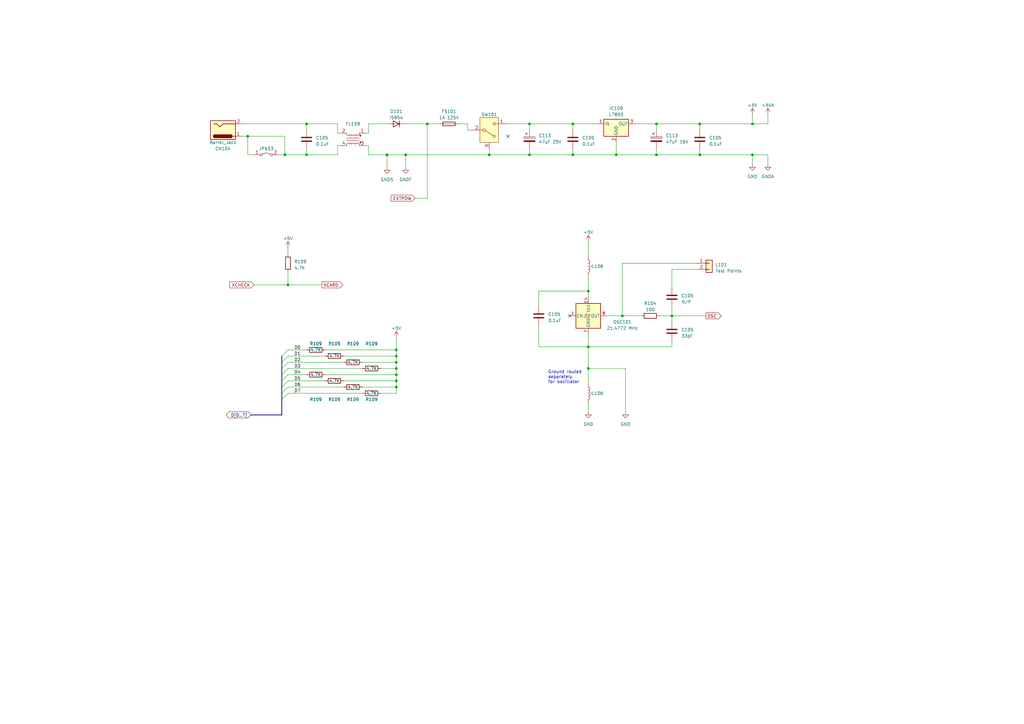
<source format=kicad_sch>
(kicad_sch (version 20230121) (generator eeschema)
  (paper "A3")
  (title_block (title "PC Engine Power, Oscillator and Misc.") (date "2023-08-17") (rev "1.0") (comment 1 "Differences reverse engineered from original PWD-623A board") (comment 2 "Adapted from existing TurboGrafx-16 schematics by Cosam"))
  (lib_symbols
    (symbol "Connector:Barrel_Jack" (pin_names (offset 1.016))
      (property "Reference" "J" (at 0 5.334 0))
      (property "Value" "Barrel_Jack" (at 0 -5.08 0))
      (symbol "Barrel_Jack_0_1"
        (rectangle (start -5.08 3.81) (end 5.08 -3.81) (stroke (width 0.254)) (fill (type background)))
        (arc (start -3.302 3.175) (mid -3.9343 2.54) (end -3.302 1.905) (stroke (width 0.254)))
        (arc (start -3.302 3.175) (mid -3.9343 2.54) (end -3.302 1.905) (stroke (width 0.254)) (fill (type outline)))
        (polyline (pts (xy 5.08 2.54) (xy 3.81 2.54)) (stroke (width 0.254)))
        (polyline (pts (xy -3.81 -2.54) (xy -2.54 -2.54) (xy -1.27 -1.27) (xy 0 -2.54) (xy 2.54 -2.54) (xy 5.08 -2.54)) (stroke (width 0.254)))
        (rectangle (start 3.683 3.175) (end -3.302 1.905) (stroke (width 0.254)) (fill (type outline)))
      )
      (symbol "Barrel_Jack_1_1"
        (pin passive line (at 7.62 2.54 180) (length 2.54) (name "~") (number "1"))
        (pin passive line (at 7.62 -2.54 180) (length 2.54) (name "~") (number "2"))
      )
    )
    (symbol "Connector_Generic:Conn_01x02" (pin_names (offset 1.016) hide)
      (property "Reference" "J" (at 0 2.54 0))
      (property "Value" "Conn_01x02" (at 0 -5.08 0))
      (symbol "Conn_01x02_1_1"
        (rectangle (start -1.27 -2.413) (end 0 -2.667) (stroke (width 0.1524)))
        (rectangle (start -1.27 0.127) (end 0 -0.127) (stroke (width 0.1524)))
        (rectangle (start -1.27 1.27) (end 1.27 -3.81) (stroke (width 0.254)) (fill (type background)))
        (pin passive line (at -5.08 0 0) (length 3.81) (name "Pin_1") (number "1"))
        (pin passive line (at -5.08 -2.54 0) (length 3.81) (name "Pin_2") (number "2"))
      )
    )
    (symbol "Device:C" (pin_numbers hide) (pin_names (offset 0.254))
      (property "Reference" "C" (at 0.635 2.54 0))
      (property "Value" "C" (at 0.635 -2.54 0))
      (symbol "C_0_1"
        (polyline (pts (xy -2.032 -0.762) (xy 2.032 -0.762)) (stroke (width 0.508)))
        (polyline (pts (xy -2.032 0.762) (xy 2.032 0.762)) (stroke (width 0.508)))
      )
      (symbol "C_1_1"
        (pin passive line (at 0 3.81 270) (length 2.794) (name "~") (number "1"))
        (pin passive line (at 0 -3.81 90) (length 2.794) (name "~") (number "2"))
      )
    )
    (symbol "Device:C_Polarized" (pin_numbers hide) (pin_names (offset 0.254))
      (property "Reference" "C" (at 0.635 2.54 0))
      (property "Value" "C_Polarized" (at 0.635 -2.54 0))
      (symbol "C_Polarized_0_1"
        (rectangle (start -2.286 0.508) (end 2.286 1.016))
        (polyline (pts (xy -1.778 2.286) (xy -0.762 2.286)))
        (polyline (pts (xy -1.27 2.794) (xy -1.27 1.778)))
        (rectangle (start 2.286 -0.508) (end -2.286 -1.016) (fill (type outline)))
      )
      (symbol "C_Polarized_1_1"
        (pin passive line (at 0 3.81 270) (length 2.794) (name "~") (number "1"))
        (pin passive line (at 0 -3.81 90) (length 2.794) (name "~") (number "2"))
      )
    )
    (symbol "Device:D" (pin_numbers hide) (pin_names (offset 1.016) hide)
      (property "Reference" "D" (at 0 2.54 0))
      (property "Value" "D" (at 0 -2.54 0))
      (symbol "D_0_1"
        (polyline (pts (xy -1.27 1.27) (xy -1.27 -1.27)) (stroke (width 0.254)))
        (polyline (pts (xy 1.27 0) (xy -1.27 0)))
        (polyline (pts (xy 1.27 1.27) (xy 1.27 -1.27) (xy -1.27 0) (xy 1.27 1.27)) (stroke (width 0.254)))
      )
      (symbol "D_1_1"
        (pin passive line (at -3.81 0 0) (length 2.54) (name "K") (number "1"))
        (pin passive line (at 3.81 0 180) (length 2.54) (name "A") (number "2"))
      )
    )
    (symbol "Device:Filter_EMI_CommonMode" (pin_names (offset 0.254) hide)
      (property "Reference" "FL" (at 0 4.445 0))
      (property "Value" "Filter_EMI_CommonMode" (at 0 -4.445 0))
      (symbol "Filter_EMI_CommonMode_0_1"
        (circle (center -3.048 -1.27) (radius 0.254) (fill (type outline)))
        (circle (center -3.048 1.524) (radius 0.254) (fill (type outline)))
        (arc (start -2.54 2.032) (mid -2.032 1.5262) (end -1.524 2.032))
        (arc (start -1.524 -2.032) (mid -2.032 -1.5262) (end -2.54 -2.032))
        (arc (start -1.524 2.032) (mid -1.016 1.5262) (end -0.508 2.032))
        (arc (start -0.508 -2.032) (mid -1.016 -1.5262) (end -1.524 -2.032))
        (arc (start -0.508 2.032) (mid 0 1.5262) (end 0.508 2.032))
        (polyline (pts (xy -2.54 -2.032) (xy -2.54 -2.54)))
        (polyline (pts (xy -2.54 0.508) (xy 2.54 0.508)))
        (polyline (pts (xy -2.54 2.032) (xy -2.54 2.54)))
        (polyline (pts (xy 2.54 -2.032) (xy 2.54 -2.54)))
        (polyline (pts (xy 2.54 -0.508) (xy -2.54 -0.508)))
        (polyline (pts (xy 2.54 2.54) (xy 2.54 2.032)))
        (arc (start 0.508 -2.032) (mid 0 -1.5262) (end -0.508 -2.032))
        (arc (start 0.508 2.032) (mid 1.016 1.5262) (end 1.524 2.032))
        (arc (start 1.524 -2.032) (mid 1.016 -1.5262) (end 0.508 -2.032))
        (arc (start 1.524 2.032) (mid 2.032 1.5262) (end 2.54 2.032))
        (arc (start 2.54 -2.032) (mid 2.032 -1.5262) (end 1.524 -2.032))
      )
      (symbol "Filter_EMI_CommonMode_1_1"
        (pin passive line (at -5.08 2.54 0) (length 2.54) (name "1") (number "1"))
        (pin passive line (at 5.08 2.54 180) (length 2.54) (name "2") (number "2"))
        (pin passive line (at -5.08 -2.54 0) (length 2.54) (name "3") (number "3"))
        (pin passive line (at 5.08 -2.54 180) (length 2.54) (name "4") (number "4"))
      )
    )
    (symbol "Device:Fuse" (pin_numbers hide) (pin_names (offset 0))
      (property "Reference" "F" (at 2.032 0 90))
      (property "Value" "Fuse" (at -1.905 0 90))
      (symbol "Fuse_0_1"
        (rectangle (start -0.762 -2.54) (end 0.762 2.54) (stroke (width 0.254)))
        (polyline (pts (xy 0 2.54) (xy 0 -2.54)))
      )
      (symbol "Fuse_1_1"
        (pin passive line (at 0 3.81 270) (length 1.27) (name "~") (number "1"))
        (pin passive line (at 0 -3.81 90) (length 1.27) (name "~") (number "2"))
      )
    )
    (symbol "Device:L" (pin_numbers hide) (pin_names (offset 1.016) hide)
      (property "Reference" "L" (at -1.27 0 90))
      (property "Value" "L" (at 1.905 0 90))
      (symbol "L_0_1"
        (arc (start 0 -2.54) (mid 0.6323 -1.905) (end 0 -1.27))
        (arc (start 0 -1.27) (mid 0.6323 -0.635) (end 0 0))
        (arc (start 0 0) (mid 0.6323 0.635) (end 0 1.27))
        (arc (start 0 1.27) (mid 0.6323 1.905) (end 0 2.54))
      )
      (symbol "L_1_1"
        (pin passive line (at 0 3.81 270) (length 1.27) (name "1") (number "1"))
        (pin passive line (at 0 -3.81 90) (length 1.27) (name "2") (number "2"))
      )
    )
    (symbol "Device:R" (pin_numbers hide) (pin_names (offset 0))
      (property "Reference" "R" (at 2.032 0 90))
      (property "Value" "R" (at 0 0 90))
      (symbol "R_0_1"
        (rectangle (start -1.016 -2.54) (end 1.016 2.54) (stroke (width 0.254)))
      )
      (symbol "R_1_1"
        (pin passive line (at 0 3.81 270) (length 1.27) (name "~") (number "1"))
        (pin passive line (at 0 -3.81 90) (length 1.27) (name "~") (number "2"))
      )
    )
    (symbol "Jumper:Jumper_2_Bridged" (pin_names (offset 0) hide)
      (property "Reference" "JP" (at 0 1.905 0))
      (property "Value" "Jumper_2_Bridged" (at 0 -2.54 0))
      (symbol "Jumper_2_Bridged_0_0"
        (circle (center -2.032 0) (radius 0.508))
        (circle (center 2.032 0) (radius 0.508))
      )
      (symbol "Jumper_2_Bridged_0_1"
        (arc (start 1.524 0.254) (mid 0 0.762) (end -1.524 0.254))
      )
      (symbol "Jumper_2_Bridged_1_1"
        (pin passive line (at -5.08 0 0) (length 2.54) (name "A") (number "1"))
        (pin passive line (at 5.08 0 180) (length 2.54) (name "B") (number "2"))
      )
    )
    (symbol "Oscillator:CXO_DIP14" (pin_names (offset 0.254))
      (property "Reference" "X" (at -5.08 6.35 0))
      (property "Value" "CXO_DIP14" (at 1.27 -6.35 0))
      (symbol "CXO_DIP14_0_1"
        (rectangle (start -5.08 5.08) (end 5.08 -5.08) (stroke (width 0.254)) (fill (type background)))
        (polyline (pts (xy -1.905 -0.635) (xy -1.27 -0.635) (xy -1.27 0.635) (xy -0.635 0.635) (xy -0.635 -0.635) (xy 0 -0.635) (xy 0 0.635) (xy 0.635 0.635) (xy 0.635 -0.635)))
      )
      (symbol "CXO_DIP14_1_1"
        (pin input line (at -7.62 0 0) (length 2.54) (name "EN") (number "1"))
        (pin power_in line (at 0 7.62 270) (length 2.54) (name "Vcc") (number "14"))
        (pin power_in line (at 0 -7.62 90) (length 2.54) (name "GND") (number "7"))
        (pin output line (at 7.62 0 180) (length 2.54) (name "OUT") (number "8"))
      )
    )
    (symbol "PC-Engine:GNDF" (power) (pin_names (offset 0))
      (property "Value" "GNDF" (at 0 -3.81 0))
      (symbol "GNDF_0_1"
        (polyline (pts (xy 0 0) (xy 0 -1.27) (xy 1.27 -1.27) (xy 0 -2.54) (xy -1.27 -1.27) (xy 0 -1.27)))
      )
      (symbol "GNDF_1_1"
        (pin power_in line (at 0 0 270) (length 0) hide (name "GNDF") (number "1"))
      )
    )
    (symbol "PC-Engine:SW_SPDT" (pin_names (offset 0) hide)
      (property "Reference" "SW" (at 0 6.35 0))
      (property "Value" "SW_SPDT" (at 8.89 -6.35 0))
      (symbol "SW_SPDT_0_0"
        (circle (center -2.032 0) (radius 0.508))
      )
      (symbol "SW_SPDT_0_1"
        (polyline (pts (xy -1.524 -0.254) (xy 1.524 -2.286)))
        (circle (center 2.032 2.54) (radius 0.508))
      )
      (symbol "SW_SPDT_1_0"
        (circle (center 2.032 -2.54) (radius 0.508) (fill (type background)))
      )
      (symbol "SW_SPDT_1_1"
        (rectangle (start -3.81 5.08) (end 3.81 -5.08) (fill (type background)))
        (pin passive line (at 0 -7.62 90) (length 2.54) (name "CASE") (number "0"))
        (pin passive line (at 7.62 2.54 180) (length 5.08) (name "A") (number "1"))
        (pin passive line (at -7.62 0 0) (length 5.08) (name "B") (number "2"))
      )
    )
    (symbol "Regulator_Linear:L7805" (pin_names (offset 0.254))
      (property "Reference" "U" (at -3.81 3.175 0))
      (property "Value" "L7805" (at 0 3.175 0))
      (symbol "L7805_0_1"
        (rectangle (start -5.08 1.905) (end 5.08 -5.08) (stroke (width 0.254)) (fill (type background)))
      )
      (symbol "L7805_1_1"
        (pin power_in line (at -7.62 0 0) (length 2.54) (name "IN") (number "1"))
        (pin power_in line (at 0 -7.62 90) (length 2.54) (name "GND") (number "2"))
        (pin power_out line (at 7.62 0 180) (length 2.54) (name "OUT") (number "3"))
      )
    )
    (symbol "power:+5V" (power) (pin_names (offset 0))
      (property "Value" "+5V" (at 0 3.556 0))
      (symbol "+5V_0_1"
        (polyline (pts (xy -0.762 1.27) (xy 0 2.54)))
        (polyline (pts (xy 0 0) (xy 0 2.54)))
        (polyline (pts (xy 0 2.54) (xy 0.762 1.27)))
      )
      (symbol "+5V_1_1"
        (pin power_in line (at 0 0 90) (length 0) hide (name "+5V") (number "1"))
      )
    )
    (symbol "power:+5VA" (power) (pin_names (offset 0))
      (property "Value" "+5VA" (at 0 3.556 0))
      (symbol "+5VA_0_1"
        (polyline (pts (xy -0.762 1.27) (xy 0 2.54)))
        (polyline (pts (xy 0 0) (xy 0 2.54)))
        (polyline (pts (xy 0 2.54) (xy 0.762 1.27)))
      )
      (symbol "+5VA_1_1"
        (pin power_in line (at 0 0 90) (length 0) hide (name "+5VA") (number "1"))
      )
    )
    (symbol "power:GND" (power) (pin_names (offset 0))
      (property "Value" "GND" (at 0 -3.81 0))
      (symbol "GND_0_1"
        (polyline (pts (xy 0 0) (xy 0 -1.27) (xy 1.27 -1.27) (xy 0 -2.54) (xy -1.27 -1.27) (xy 0 -1.27)))
      )
      (symbol "GND_1_1"
        (pin power_in line (at 0 0 270) (length 0) hide (name "GND") (number "1"))
      )
    )
    (symbol "power:GNDA" (power) (pin_names (offset 0))
      (property "Value" "GNDA" (at 0 -3.81 0))
      (symbol "GNDA_0_1"
        (polyline (pts (xy 0 0) (xy 0 -1.27) (xy 1.27 -1.27) (xy 0 -2.54) (xy -1.27 -1.27) (xy 0 -1.27)))
      )
      (symbol "GNDA_1_1"
        (pin power_in line (at 0 0 270) (length 0) hide (name "GNDA") (number "1"))
      )
    )
    (symbol "power:GNDS" (power) (pin_names (offset 0))
      (property "Value" "GNDS" (at 0 -3.81 0))
      (symbol "GNDS_0_1"
        (polyline (pts (xy 0 0) (xy 0 -1.27) (xy 1.27 -1.27) (xy 0 -2.54) (xy -1.27 -1.27) (xy 0 -1.27)))
      )
      (symbol "GNDS_1_1"
        (pin power_in line (at 0 0 270) (length 0) hide (name "GNDS") (number "1"))
      )
    )
  )
  (junction (at 255.27 129.54))
  (junction (at 308.61 50.8))
  (junction (at 162.56 153.67))
  (junction (at 269.24 63.5))
  (junction (at 158.75 63.5))
  (junction (at 234.95 50.8))
  (junction (at 234.95 63.5))
  (junction (at 116.84 63.5))
  (junction (at 241.3 142.24))
  (junction (at 308.61 63.5))
  (junction (at 125.73 50.8))
  (junction (at 125.73 63.5))
  (junction (at 287.02 63.5))
  (junction (at 175.26 50.8))
  (junction (at 162.56 148.59))
  (junction (at 200.66 63.5))
  (junction (at 101.6 55.88))
  (junction (at 275.59 129.54))
  (junction (at 162.56 156.21))
  (junction (at 217.17 63.5))
  (junction (at 269.24 50.8))
  (junction (at 162.56 158.75))
  (junction (at 252.73 63.5))
  (junction (at 241.3 119.38))
  (junction (at 118.11 116.84))
  (junction (at 166.37 63.5))
  (junction (at 162.56 146.05))
  (junction (at 162.56 151.13))
  (junction (at 162.56 143.51))
  (junction (at 241.3 151.13))
  (junction (at 287.02 50.8))
  (junction (at 217.17 50.8))
  (no_connect (at 233.68 129.54))
  (no_connect (at 208.28 55.88))
  (bus_entry (at 118.11 158.75) (size -2.54 2.54))
  (bus_entry (at 118.11 161.29) (size -2.54 2.54))
  (bus_entry (at 118.11 148.59) (size -2.54 2.54))
  (bus_entry (at 118.11 143.51) (size -2.54 2.54))
  (bus_entry (at 118.11 153.67) (size -2.54 2.54))
  (bus_entry (at 118.11 156.21) (size -2.54 2.54))
  (bus_entry (at 118.11 146.05) (size -2.54 2.54))
  (bus_entry (at 118.11 151.13) (size -2.54 2.54))
  (wire (pts (xy 241.3 119.38) (xy 241.3 121.92)))
  (wire (pts (xy 166.37 63.5) (xy 166.37 68.58)))
  (wire (pts (xy 234.95 50.8) (xy 234.95 53.34)))
  (wire (pts (xy 151.13 50.8) (xy 158.75 50.8)))
  (wire (pts (xy 140.97 156.21) (xy 162.56 156.21)))
  (wire (pts (xy 132.08 116.84) (xy 118.11 116.84)))
  (wire (pts (xy 118.11 116.84) (xy 118.11 111.76)))
  (wire (pts (xy 314.96 50.8) (xy 314.96 46.99)))
  (wire (pts (xy 138.43 59.69) (xy 139.7 59.69)))
  (wire (pts (xy 151.13 59.69) (xy 149.86 59.69)))
  (wire (pts (xy 241.3 165.1) (xy 241.3 168.91)))
  (wire (pts (xy 269.24 50.8) (xy 287.02 50.8)))
  (wire (pts (xy 275.59 110.49) (xy 275.59 118.11)))
  (wire (pts (xy 162.56 151.13) (xy 162.56 148.59)))
  (bus (pts (xy 115.57 161.29) (xy 115.57 163.83)))
  (wire (pts (xy 285.75 107.95) (xy 255.27 107.95)))
  (wire (pts (xy 248.92 129.54) (xy 255.27 129.54)))
  (wire (pts (xy 125.73 153.67) (xy 118.11 153.67)))
  (wire (pts (xy 241.3 151.13) (xy 241.3 157.48)))
  (wire (pts (xy 162.56 156.21) (xy 162.56 158.75)))
  (wire (pts (xy 156.21 161.29) (xy 162.56 161.29)))
  (wire (pts (xy 287.02 63.5) (xy 287.02 60.96)))
  (bus (pts (xy 115.57 156.21) (xy 115.57 158.75)))
  (wire (pts (xy 125.73 143.51) (xy 118.11 143.51)))
  (wire (pts (xy 140.97 146.05) (xy 162.56 146.05)))
  (wire (pts (xy 125.73 60.96) (xy 125.73 63.5)))
  (wire (pts (xy 256.54 151.13) (xy 241.3 151.13)))
  (wire (pts (xy 125.73 63.5) (xy 138.43 63.5)))
  (wire (pts (xy 118.11 101.6) (xy 118.11 104.14)))
  (wire (pts (xy 287.02 63.5) (xy 308.61 63.5)))
  (wire (pts (xy 151.13 63.5) (xy 158.75 63.5)))
  (wire (pts (xy 260.35 50.8) (xy 269.24 50.8)))
  (wire (pts (xy 99.06 55.88) (xy 101.6 55.88)))
  (wire (pts (xy 162.56 146.05) (xy 162.56 143.51)))
  (wire (pts (xy 114.3 63.5) (xy 116.84 63.5)))
  (bus (pts (xy 102.87 170.18) (xy 115.57 170.18)))
  (bus (pts (xy 115.57 148.59) (xy 115.57 151.13)))
  (wire (pts (xy 125.73 50.8) (xy 138.43 50.8)))
  (wire (pts (xy 104.14 116.84) (xy 118.11 116.84)))
  (wire (pts (xy 220.98 119.38) (xy 220.98 125.73)))
  (wire (pts (xy 220.98 142.24) (xy 241.3 142.24)))
  (wire (pts (xy 241.3 99.06) (xy 241.3 105.41)))
  (wire (pts (xy 158.75 63.5) (xy 158.75 68.58)))
  (wire (pts (xy 287.02 50.8) (xy 287.02 53.34)))
  (wire (pts (xy 148.59 158.75) (xy 162.56 158.75)))
  (bus (pts (xy 115.57 158.75) (xy 115.57 161.29)))
  (wire (pts (xy 308.61 50.8) (xy 308.61 46.99)))
  (wire (pts (xy 191.77 53.34) (xy 193.04 53.34)))
  (wire (pts (xy 241.3 142.24) (xy 241.3 151.13)))
  (wire (pts (xy 217.17 50.8) (xy 234.95 50.8)))
  (wire (pts (xy 200.66 60.96) (xy 200.66 63.5)))
  (bus (pts (xy 115.57 163.83) (xy 115.57 170.18)))
  (wire (pts (xy 175.26 50.8) (xy 180.34 50.8)))
  (wire (pts (xy 133.35 153.67) (xy 162.56 153.67)))
  (wire (pts (xy 270.51 129.54) (xy 275.59 129.54)))
  (wire (pts (xy 162.56 143.51) (xy 162.56 138.43)))
  (wire (pts (xy 220.98 142.24) (xy 220.98 133.35)))
  (wire (pts (xy 166.37 50.8) (xy 175.26 50.8)))
  (wire (pts (xy 158.75 63.5) (xy 166.37 63.5)))
  (wire (pts (xy 256.54 151.13) (xy 256.54 168.91)))
  (wire (pts (xy 191.77 53.34) (xy 191.77 50.8)))
  (wire (pts (xy 118.11 161.29) (xy 148.59 161.29)))
  (wire (pts (xy 275.59 129.54) (xy 289.56 129.54)))
  (wire (pts (xy 116.84 55.88) (xy 116.84 63.5)))
  (wire (pts (xy 275.59 129.54) (xy 275.59 132.08)))
  (wire (pts (xy 162.56 148.59) (xy 162.56 146.05)))
  (bus (pts (xy 115.57 153.67) (xy 115.57 156.21)))
  (wire (pts (xy 252.73 63.5) (xy 252.73 58.42)))
  (wire (pts (xy 234.95 50.8) (xy 245.11 50.8)))
  (wire (pts (xy 118.11 156.21) (xy 133.35 156.21)))
  (wire (pts (xy 308.61 50.8) (xy 314.96 50.8)))
  (wire (pts (xy 166.37 63.5) (xy 200.66 63.5)))
  (wire (pts (xy 148.59 148.59) (xy 162.56 148.59)))
  (wire (pts (xy 125.73 50.8) (xy 125.73 53.34)))
  (wire (pts (xy 118.11 151.13) (xy 148.59 151.13)))
  (wire (pts (xy 208.28 50.8) (xy 217.17 50.8)))
  (wire (pts (xy 287.02 50.8) (xy 308.61 50.8)))
  (wire (pts (xy 241.3 137.16) (xy 241.3 142.24)))
  (wire (pts (xy 217.17 50.8) (xy 217.17 53.34)))
  (wire (pts (xy 101.6 55.88) (xy 101.6 63.5)))
  (wire (pts (xy 118.11 158.75) (xy 140.97 158.75)))
  (wire (pts (xy 252.73 63.5) (xy 269.24 63.5)))
  (wire (pts (xy 269.24 50.8) (xy 269.24 53.34)))
  (wire (pts (xy 241.3 119.38) (xy 220.98 119.38)))
  (wire (pts (xy 133.35 143.51) (xy 162.56 143.51)))
  (wire (pts (xy 200.66 63.5) (xy 217.17 63.5)))
  (wire (pts (xy 175.26 81.28) (xy 170.18 81.28)))
  (wire (pts (xy 151.13 63.5) (xy 151.13 59.69)))
  (wire (pts (xy 118.11 148.59) (xy 140.97 148.59)))
  (wire (pts (xy 217.17 63.5) (xy 234.95 63.5)))
  (wire (pts (xy 175.26 50.8) (xy 175.26 81.28)))
  (wire (pts (xy 191.77 50.8) (xy 187.96 50.8)))
  (wire (pts (xy 234.95 63.5) (xy 252.73 63.5)))
  (wire (pts (xy 162.56 153.67) (xy 162.56 151.13)))
  (wire (pts (xy 156.21 151.13) (xy 162.56 151.13)))
  (wire (pts (xy 101.6 63.5) (xy 104.14 63.5)))
  (wire (pts (xy 308.61 63.5) (xy 314.96 63.5)))
  (wire (pts (xy 138.43 54.61) (xy 139.7 54.61)))
  (wire (pts (xy 269.24 63.5) (xy 269.24 60.96)))
  (wire (pts (xy 275.59 139.7) (xy 275.59 142.24)))
  (wire (pts (xy 99.06 50.8) (xy 125.73 50.8)))
  (wire (pts (xy 151.13 54.61) (xy 149.86 54.61)))
  (wire (pts (xy 275.59 142.24) (xy 241.3 142.24)))
  (bus (pts (xy 115.57 146.05) (xy 115.57 148.59)))
  (wire (pts (xy 314.96 63.5) (xy 314.96 67.31)))
  (wire (pts (xy 118.11 146.05) (xy 133.35 146.05)))
  (wire (pts (xy 138.43 63.5) (xy 138.43 59.69)))
  (wire (pts (xy 275.59 125.73) (xy 275.59 129.54)))
  (bus (pts (xy 115.57 151.13) (xy 115.57 153.67)))
  (wire (pts (xy 234.95 63.5) (xy 234.95 60.96)))
  (wire (pts (xy 138.43 50.8) (xy 138.43 54.61)))
  (wire (pts (xy 255.27 107.95) (xy 255.27 129.54)))
  (wire (pts (xy 285.75 110.49) (xy 275.59 110.49)))
  (wire (pts (xy 269.24 63.5) (xy 287.02 63.5)))
  (wire (pts (xy 151.13 54.61) (xy 151.13 50.8)))
  (wire (pts (xy 308.61 63.5) (xy 308.61 67.31)))
  (wire (pts (xy 217.17 63.5) (xy 217.17 60.96)))
  (wire (pts (xy 116.84 63.5) (xy 125.73 63.5)))
  (wire (pts (xy 162.56 156.21) (xy 162.56 153.67)))
  (wire (pts (xy 162.56 158.75) (xy 162.56 161.29)))
  (wire (pts (xy 101.6 55.88) (xy 116.84 55.88)))
  (wire (pts (xy 241.3 113.03) (xy 241.3 119.38)))
  (wire (pts (xy 255.27 129.54) (xy 262.89 129.54)))
  (text "Ground routed\nseparately\nfor oscillator" (at 224.79 157.48 0) (effects (font (size 1.27 1.27)) (justify left bottom)))
  (label "D3" (at 120.65 151.13 0))
  (label "D6" (at 120.65 158.75 0))
  (label "D1" (at 120.65 146.05 0))
  (label "D2" (at 120.65 148.59 0))
  (label "D7" (at 120.65 161.29 0))
  (label "D4" (at 120.65 153.67 0))
  (label "D5" (at 120.65 156.21 0))
  (label "D0" (at 120.65 143.51 0))
  (global_label "XCHECK" (shape input) (at 104.14 116.84 180) (property "Intersheetrefs" "${INTERSHEET_REFS}" (effects hide)))
  (global_label "D[0..7]" (shape bidirectional) (at 102.87 170.18 180) (property "Intersheetrefs" "${INTERSHEET_REFS}" (effects hide)))
  (global_label "XCARD" (shape output) (at 132.08 116.84 0) (property "Intersheetrefs" "${INTERSHEET_REFS}" (effects hide)))
  (global_label "OSC" (shape output) (at 289.56 129.54 0) (property "Intersheetrefs" "${INTERSHEET_REFS}" (effects hide)))
  (global_label "EXTPOW" (shape input) (at 170.18 81.28 180) (property "Intersheetrefs" "${INTERSHEET_REFS}" (effects hide)))
  (symbol (lib_id "power:GND") (at 256.54 168.91 0) (unit 1)
    (property "Reference" "#PWR013" (effects hide))
    (property "Value" "GND" (at 256.54 173.99 0))
    (instances (project "PCE" (path "" (reference "#PWR013") (unit 1)) (path "" (reference "#PWR027") (unit 1)) (path "" (reference "#PWR08") (unit 1))))
  )
  (symbol (lib_id "power:GND") (at 241.3 168.91 0) (unit 1)
    (property "Reference" "#PWR013" (effects hide))
    (property "Value" "GND" (at 241.3 173.99 0))
    (instances (project "PCE" (path "" (reference "#PWR013") (unit 1)) (path "" (reference "#PWR027") (unit 1)) (path "" (reference "#PWR048") (unit 1))))
  )
  (symbol (lib_id "Device:C") (at 287.02 57.15 0) (unit 1)
    (property "Reference" "C105" (at 290.83 56.515 0) (effects (justify left)))
    (property "Value" "0.1uF" (at 290.83 59.055 0) (effects (justify left)))
    (property "Footprint" "A-PCENGINE:SMD_1206_C" (effects hide))
    (instances (project "PCE" (path "" (reference "C105") (unit 1)) (path "" (reference "C124") (unit 1)) (path "" (reference "C133") (unit 1)) (path "" (reference "C118") (unit 1))))
  )
  (symbol (lib_id "power:GND") (at 308.61 67.31 0) (unit 1)
    (property "Reference" "#PWR013" (effects hide))
    (property "Value" "GND" (at 308.61 72.39 0))
    (instances (project "PCE" (path "" (reference "#PWR013") (unit 1)) (path "" (reference "#PWR027") (unit 1)) (path "" (reference "#PWR041") (unit 1))))
  )
  (symbol (lib_id "Device:Filter_EMI_CommonMode") (at 144.78 57.15 0) (mirror y) (unit 1)
    (property "Reference" "FL109" (at 144.78 50.8 0))
    (property "Value" "Filter_EMI_CommonMode" (effects hide))
    (property "Footprint" "A-PCENGINE:EMI_Dual_coil" (effects hide))
  )
  (symbol (lib_id "Regulator_Linear:L7805") (at 252.73 50.8 0) (unit 1)
    (property "Reference" "IC109" (at 252.73 44.45 0))
    (property "Value" "L7805" (at 252.73 46.99 0))
    (property "Footprint" "A-PCENGINE:IC109" (effects hide))
    (property "Datasheet" "http://www.st.com/content/ccc/resource/technical/document/datasheet/41/4f/b3/b0/12/d4/47/88/CD00000444.pdf/files/CD00000444.pdf/jcr:content/translations/en.CD00000444.pdf" (effects hide))
  )
  (symbol (lib_id "Device:C_Polarized") (at 217.17 57.15 0) (unit 1)
    (property "Reference" "C113" (at 220.98 55.626 0) (effects (justify left)))
    (property "Value" "47uF 25V" (at 220.98 58.166 0) (effects (justify left)))
    (property "Footprint" "A-PCENGINE:Elec_P5.00mm" (effects hide))
    (instances (project "PCE" (path "" (reference "C113") (unit 1)) (path "" (reference "C102") (unit 1))))
  )
  (symbol (lib_id "power:+5V") (at 241.3 99.06 0) (unit 1)
    (property "Reference" "#PWR026" (effects hide))
    (property "Value" "+5V" (at 241.3 95.25 0))
    (instances (project "PCE" (path "" (reference "#PWR026") (unit 1)) (path "" (reference "#PWR047") (unit 1))))
  )
  (symbol (lib_id "Device:C") (at 275.59 135.89 0) (unit 1)
    (property "Reference" "C105" (at 279.4 135.255 0) (effects (justify left)))
    (property "Value" "33pF" (at 279.4 137.795 0) (effects (justify left)))
    (property "Footprint" "A-PCENGINE:SMD_1206" (effects hide))
    (instances (project "PCE" (path "" (reference "C105") (unit 1)) (path "" (reference "C124") (unit 1)) (path "" (reference "C133") (unit 1)) (path "" (reference "C145") (unit 1))))
  )
  (symbol (lib_id "Device:R") (at 152.4 161.29 270) (unit 1)
    (property "Reference" "R109" (at 152.4 163.83 90))
    (property "Value" "4.7K" (at 152.4 161.29 90))
    (property "Footprint" "A-PCENGINE:SMD_1206" (effects hide))
    (instances (project "PCE" (path "" (reference "R109") (unit 1)) (path "" (reference "R113") (unit 1))))
  )
  (symbol (lib_id "Jumper:Jumper_2_Bridged") (at 109.22 63.5 0) (unit 1)
    (property "Reference" "JP103" (at 109.22 60.96 0))
    (property "Value" "~" (at 109.22 60.96 0))
    (property "Footprint" "A-PCENGINE:Jumper_Link" (effects hide))
  )
  (symbol (lib_id "Device:C") (at 234.95 57.15 0) (unit 1)
    (property "Reference" "C105" (at 238.76 56.515 0) (effects (justify left)))
    (property "Value" "0.1uF" (at 238.76 59.055 0) (effects (justify left)))
    (property "Footprint" "A-PCENGINE:SMD_1206_C" (effects hide))
    (instances (project "PCE" (path "" (reference "C105") (unit 1)) (path "" (reference "C124") (unit 1)) (path "" (reference "C133") (unit 1)) (path "" (reference "C147") (unit 1))))
  )
  (symbol (lib_id "power:GNDS") (at 158.75 68.58 0) (unit 1)
    (property "Reference" "#PWR044" (effects hide))
    (property "Value" "GNDS" (at 158.75 73.66 0))
  )
  (symbol (lib_id "Oscillator:CXO_DIP14") (at 241.3 129.54 0) (unit 1)
    (property "Reference" "OSC101" (at 255.27 132.08 0))
    (property "Value" "21.4772 MHz" (at 255.27 134.62 0))
    (property "Footprint" "Oscillator:Oscillator_DIP-14" (effects hide))
    (property "Datasheet" "http://cdn-reichelt.de/documents/datenblatt/B400/OSZI.pdf" (effects hide))
  )
  (symbol (lib_id "power:+5V") (at 162.56 138.43 0) (unit 1)
    (property "Reference" "#PWR026" (effects hide))
    (property "Value" "+5V" (at 162.56 134.62 0))
    (instances (project "PCE" (path "" (reference "#PWR026") (unit 1)) (path "" (reference "#PWR067") (unit 1))))
  )
  (symbol (lib_id "Device:C") (at 275.59 121.92 0) (unit 1)
    (property "Reference" "C105" (at 279.4 121.285 0) (effects (justify left)))
    (property "Value" "N/P" (at 279.4 123.825 0) (effects (justify left)))
    (property "Footprint" "A-PCENGINE:SMD_1206_C" (effects hide))
    (instances (project "PCE" (path "" (reference "C105") (unit 1)) (path "" (reference "C124") (unit 1)) (path "" (reference "C133") (unit 1)) (path "" (reference "C153") (unit 1))))
  )
  (symbol (lib_id "Connector_Generic:Conn_01x02") (at 290.83 107.95 0) (unit 1)
    (property "Reference" "L101" (at 293.37 108.585 0) (effects (justify left)))
    (property "Value" "Test Points" (at 293.37 111.125 0) (effects (justify left)))
    (property "Footprint" "A-PCENGINE:2xTest_Point" (effects hide))
  )
  (symbol (lib_id "Device:R") (at 137.16 146.05 270) (unit 1)
    (property "Reference" "R109" (at 137.16 140.97 90))
    (property "Value" "4.7K" (at 137.16 146.05 90))
    (property "Footprint" "A-PCENGINE:SMD_1206" (effects hide))
    (instances (project "PCE" (path "" (reference "R109") (unit 1)) (path "" (reference "R107") (unit 1))))
  )
  (symbol (lib_id "Device:R") (at 129.54 143.51 270) (unit 1)
    (property "Reference" "R109" (at 129.54 140.97 90))
    (property "Value" "4.7K" (at 129.54 143.51 90))
    (property "Footprint" "A-PCENGINE:SMD_1206" (effects hide))
    (instances (project "PCE" (path "" (reference "R109") (unit 1)) (path "" (reference "R106") (unit 1))))
  )
  (symbol (lib_id "Device:R") (at 144.78 148.59 270) (unit 1)
    (property "Reference" "R109" (at 144.78 140.97 90))
    (property "Value" "4.7K" (at 144.78 148.59 90))
    (property "Footprint" "A-PCENGINE:SMD_1206" (effects hide))
    (instances (project "PCE" (path "" (reference "R109") (unit 1)) (path "" (reference "R108") (unit 1))))
  )
  (symbol (lib_id "Device:R") (at 144.78 158.75 270) (unit 1)
    (property "Reference" "R109" (at 144.78 163.83 90))
    (property "Value" "4.7K" (at 144.78 158.75 90))
    (property "Footprint" "A-PCENGINE:SMD_1206" (effects hide))
    (instances (project "PCE" (path "" (reference "R109") (unit 1)) (path "" (reference "R112") (unit 1))))
  )
  (symbol (lib_id "Device:D") (at 162.56 50.8 180) (unit 1)
    (property "Reference" "D101" (at 162.56 45.72 0))
    (property "Value" "IS954" (at 162.56 48.26 0))
    (property "Footprint" "A-PCENGINE:Diode" (effects hide))
    (property "Sim.Device" "D" (effects hide))
    (property "Sim.Pins" "1=K 2=A" (effects hide))
    (instances (project "PCE" (path "" (reference "D101") (unit 1)) (path "" (reference "D102") (unit 1))))
  )
  (symbol (lib_id "Device:L") (at 241.3 161.29 0) (unit 1)
    (property "Reference" "L106" (at 245.11 161.29 0))
    (property "Value" "~" (at 242.57 161.29 90))
    (property "Footprint" "A-PCENGINE:L-5.00mm_Small_Silk" (effects hide))
    (instances (project "PCE" (path "" (reference "L106") (unit 1)) (path "" (reference "L105") (unit 1))))
  )
  (symbol (lib_id "Device:Fuse") (at 184.15 50.8 90) (unit 1)
    (property "Reference" "FS101" (at 184.15 45.72 90))
    (property "Value" "1A 125V" (at 184.15 48.26 90))
    (property "Footprint" "A-PCENGINE:Fuse" (effects hide))
  )
  (symbol (lib_id "Device:C") (at 125.73 57.15 0) (unit 1)
    (property "Reference" "C105" (at 129.54 56.515 0) (effects (justify left)))
    (property "Value" "0.1uF" (at 129.54 59.055 0) (effects (justify left)))
    (property "Footprint" "A-PCENGINE:SMD_1206_C" (effects hide))
    (instances (project "PCE" (path "" (reference "C105") (unit 1)) (path "" (reference "C124") (unit 1)) (path "" (reference "C133") (unit 1)) (path "" (reference "C148") (unit 1))))
  )
  (symbol (lib_id "Device:C") (at 220.98 129.54 0) (unit 1)
    (property "Reference" "C105" (at 224.79 128.905 0) (effects (justify left)))
    (property "Value" "0.1uF" (at 224.79 131.445 0) (effects (justify left)))
    (property "Footprint" "A-PCENGINE:SMD_1206_C" (effects hide))
    (instances (project "PCE" (path "" (reference "C105") (unit 1)) (path "" (reference "C124") (unit 1)) (path "" (reference "C133") (unit 1)) (path "" (reference "C146") (unit 1))))
  )
  (symbol (lib_id "PC-Engine:GNDF") (at 166.37 68.58 0) (unit 1)
    (property "Reference" "#PWR043" (effects hide))
    (property "Value" "GNDF" (at 166.37 73.66 0))
  )
  (symbol (lib_id "power:+5V") (at 118.11 101.6 0) (unit 1)
    (property "Reference" "#PWR026" (effects hide))
    (property "Value" "+5V" (at 118.11 97.79 0))
    (instances (project "PCE" (path "" (reference "#PWR026") (unit 1)) (path "" (reference "#PWR045") (unit 1))))
  )
  (symbol (lib_id "PC-Engine:SW_SPDT") (at 200.66 53.34 0) (unit 1)
    (property "Reference" "SW101" (at 200.66 46.99 0))
    (property "Value" "SW_SPDT" (effects hide))
    (property "Footprint" "A-PCENGINE:SW101" (effects hide))
  )
  (symbol (lib_id "Device:R") (at 152.4 151.13 270) (unit 1)
    (property "Reference" "R109" (at 152.4 140.97 90))
    (property "Value" "4.7K" (at 152.4 151.13 90))
    (property "Footprint" "A-PCENGINE:SMD_1206" (effects hide))
  )
  (symbol (lib_id "power:GNDA") (at 314.96 67.31 0) (unit 1)
    (property "Reference" "#PWR033" (effects hide))
    (property "Value" "GNDA" (at 314.96 72.39 0))
    (instances (project "PCE" (path "" (reference "#PWR033") (unit 1)) (path "" (reference "#PWR042") (unit 1))))
  )
  (symbol (lib_id "Device:R") (at 266.7 129.54 270) (unit 1)
    (property "Reference" "R104" (at 266.7 124.46 90))
    (property "Value" "100" (at 266.7 127 90))
    (property "Footprint" "A-PCENGINE:SMD_1206" (effects hide))
    (instances (project "PCE" (path "" (reference "R104") (unit 1)) (path "" (reference "R113") (unit 1)) (path "" (reference "R165") (unit 1))))
  )
  (symbol (lib_id "Device:R") (at 129.54 153.67 270) (unit 1)
    (property "Reference" "R109" (at 129.54 163.83 90))
    (property "Value" "4.7K" (at 129.54 153.67 90))
    (property "Footprint" "A-PCENGINE:SMD_1206" (effects hide))
    (instances (project "PCE" (path "" (reference "R109") (unit 1)) (path "" (reference "R110") (unit 1))))
  )
  (symbol (lib_id "Connector:Barrel_Jack") (at 91.44 53.34 0) (mirror x) (unit 1)
    (property "Reference" "CN104" (at 91.44 60.96 0))
    (property "Value" "Barrel_Jack" (at 91.44 58.42 0))
    (property "Footprint" "A-PCENGINE:Barrel_Jack" (effects hide))
  )
  (symbol (lib_id "Device:R") (at 137.16 156.21 270) (unit 1)
    (property "Reference" "R109" (at 137.16 163.83 90))
    (property "Value" "4.7K" (at 137.16 156.21 90))
    (property "Footprint" "A-PCENGINE:SMD_1206" (effects hide))
    (instances (project "PCE" (path "" (reference "R109") (unit 1)) (path "" (reference "R111") (unit 1))))
  )
  (symbol (lib_id "Device:L") (at 241.3 109.22 0) (unit 1)
    (property "Reference" "L106" (at 245.11 109.22 0))
    (property "Value" "~" (at 242.57 109.22 90))
    (property "Footprint" "A-PCENGINE:L-5.00mm" (effects hide))
    (instances (project "PCE" (path "" (reference "L106") (unit 1)) (path "" (reference "L104") (unit 1))))
  )
  (symbol (lib_id "power:+5V") (at 308.61 46.99 0) (unit 1)
    (property "Reference" "#PWR026" (effects hide))
    (property "Value" "+5V" (at 308.61 43.18 0))
    (instances (project "PCE" (path "" (reference "#PWR026") (unit 1)) (path "" (reference "#PWR040") (unit 1))))
  )
  (symbol (lib_id "Device:C_Polarized") (at 269.24 57.15 0) (unit 1)
    (property "Reference" "C113" (at 273.05 55.626 0) (effects (justify left)))
    (property "Value" "47uF 16V" (at 273.05 58.166 0) (effects (justify left)))
    (property "Footprint" "A-PCENGINE:Elec_P5.00mm" (effects hide))
    (instances (project "PCE" (path "" (reference "C113") (unit 1)) (path "" (reference "C103") (unit 1))))
  )
  (symbol (lib_id "Device:R") (at 118.11 107.95 180) (unit 1)
    (property "Reference" "R109" (at 120.65 107.315 0) (effects (justify right)))
    (property "Value" "4.7K" (at 120.65 109.855 0) (effects (justify right)))
    (property "Footprint" "A-PCENGINE:SMD_1206" (effects hide))
    (instances (project "PCE" (path "" (reference "R109") (unit 1)) (path "" (reference "R101") (unit 1))))
  )
  (symbol (lib_id "power:+5VA") (at 314.96 46.99 0) (unit 1)
    (property "Reference" "#PWR024" (effects hide))
    (property "Value" "+5VA" (at 314.96 43.18 0))
    (instances (project "PCE" (path "" (reference "#PWR024") (unit 1)) (path "" (reference "#PWR038") (unit 1))))
  )
)
</source>
